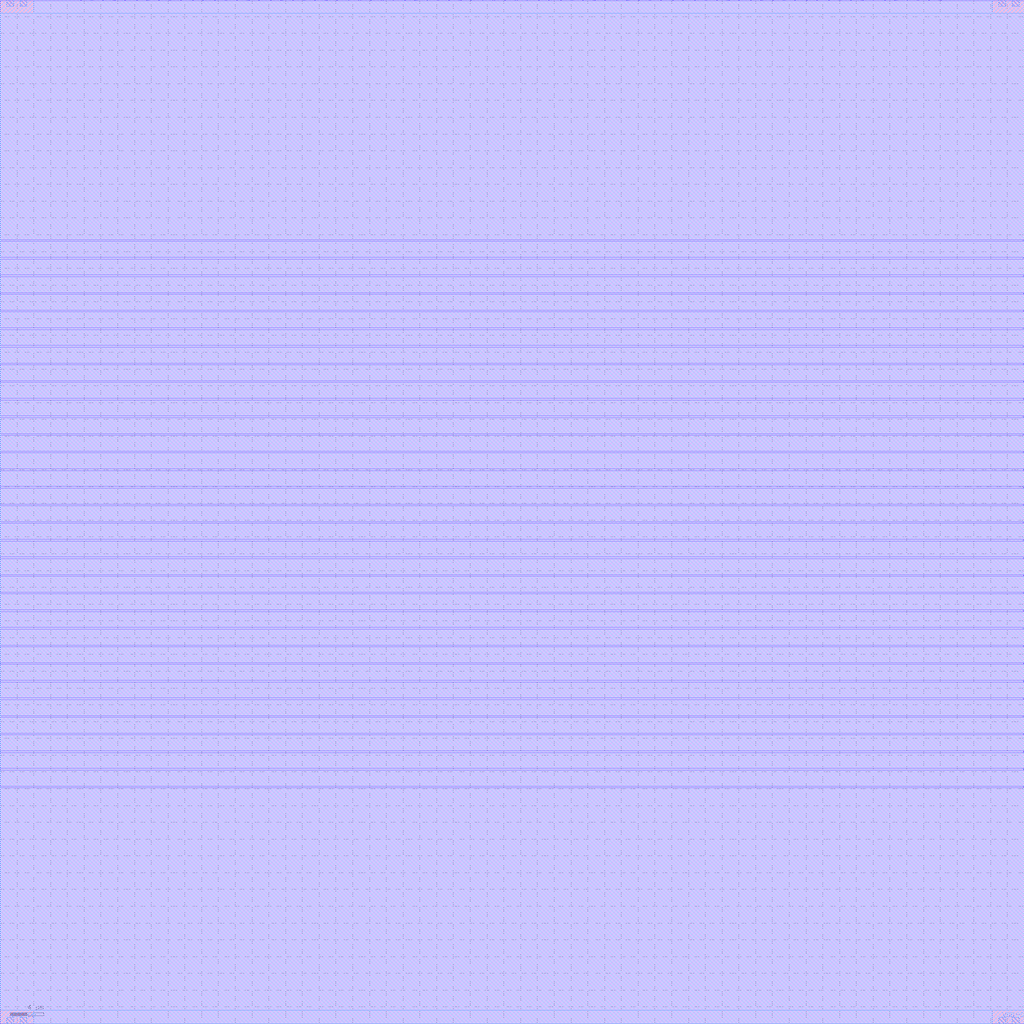
<source format=lef>
##
## LEF for PtnCells ;
## created by Encounter v09.10-p004_1 on Tue Mar 11 12:07:31 2014
##

VERSION 5.5 ;

NAMESCASESENSITIVE ON ;
BUSBITCHARS "[]" ;
DIVIDERCHAR "/" ;

UNITS
  DATABASE MICRONS 2000 ;
END UNITS

MACRO SRAM
  CLASS BLOCK ;
  SIZE 122.0000 BY 122.0000 ;
  FOREIGN SRAM 0.0000 0.0000 ;
  ORIGIN 0 0 ;
  SYMMETRY X Y R90 ;
  PIN clk
    DIRECTION INPUT ;
    USE SIGNAL ;
    PORT
      LAYER metal2 ;
        RECT 9.5600 121.9300 9.6300 122.0000 ;
    END
  END clk
  PIN rdn
    DIRECTION INPUT ;
    USE SIGNAL ;
    PORT
      LAYER metal2 ;
        RECT 10.8900 121.9300 10.9600 122.0000 ;
    END
  END rdn
  PIN wrn
    DIRECTION INPUT ;
    USE SIGNAL ;
    PORT
      LAYER metal2 ;
        RECT 12.2200 121.9300 12.2900 122.0000 ;
    END
  END wrn
  PIN address[10]
    DIRECTION INPUT ;
    USE SIGNAL ;
    PORT
      LAYER metal2 ;
        RECT 26.8500 121.9300 26.9200 122.0000 ;
    END
  END address[10]
  PIN address[9]
    DIRECTION INPUT ;
    USE SIGNAL ;
    PORT
      LAYER metal2 ;
        RECT 25.5200 121.9300 25.5900 122.0000 ;
    END
  END address[9]
  PIN address[8]
    DIRECTION INPUT ;
    USE SIGNAL ;
    PORT
      LAYER metal2 ;
        RECT 24.1900 121.9300 24.2600 122.0000 ;
    END
  END address[8]
  PIN address[7]
    DIRECTION INPUT ;
    USE SIGNAL ;
    PORT
      LAYER metal2 ;
        RECT 22.8600 121.9300 22.9300 122.0000 ;
    END
  END address[7]
  PIN address[6]
    DIRECTION INPUT ;
    USE SIGNAL ;
    PORT
      LAYER metal2 ;
        RECT 21.5300 121.9300 21.6000 122.0000 ;
    END
  END address[6]
  PIN address[5]
    DIRECTION INPUT ;
    USE SIGNAL ;
    PORT
      LAYER metal2 ;
        RECT 20.2000 121.9300 20.2700 122.0000 ;
    END
  END address[5]
  PIN address[4]
    DIRECTION INPUT ;
    USE SIGNAL ;
    PORT
      LAYER metal2 ;
        RECT 18.8700 121.9300 18.9400 122.0000 ;
    END
  END address[4]
  PIN address[3]
    DIRECTION INPUT ;
    USE SIGNAL ;
    PORT
      LAYER metal2 ;
        RECT 17.5400 121.9300 17.6100 122.0000 ;
    END
  END address[3]
  PIN address[2]
    DIRECTION INPUT ;
    USE SIGNAL ;
    PORT
      LAYER metal2 ;
        RECT 16.2100 121.9300 16.2800 122.0000 ;
    END
  END address[2]
  PIN address[1]
    DIRECTION INPUT ;
    USE SIGNAL ;
    PORT
      LAYER metal2 ;
        RECT 14.8800 121.9300 14.9500 122.0000 ;
    END
  END address[1]
  PIN address[0]
    DIRECTION INPUT ;
    USE SIGNAL ;
    PORT
      LAYER metal2 ;
        RECT 13.5500 121.9300 13.6200 122.0000 ;
    END
  END address[0]
  PIN bit_wen[31]
    DIRECTION INPUT ;
    USE SIGNAL ;
    PORT
      LAYER metal2 ;
        RECT 69.4100 121.9300 69.4800 122.0000 ;
    END
  END bit_wen[31]
  PIN bit_wen[30]
    DIRECTION INPUT ;
    USE SIGNAL ;
    PORT
      LAYER metal2 ;
        RECT 68.0800 121.9300 68.1500 122.0000 ;
    END
  END bit_wen[30]
  PIN bit_wen[29]
    DIRECTION INPUT ;
    USE SIGNAL ;
    PORT
      LAYER metal2 ;
        RECT 66.7500 121.9300 66.8200 122.0000 ;
    END
  END bit_wen[29]
  PIN bit_wen[28]
    DIRECTION INPUT ;
    USE SIGNAL ;
    PORT
      LAYER metal2 ;
        RECT 65.4200 121.9300 65.4900 122.0000 ;
    END
  END bit_wen[28]
  PIN bit_wen[27]
    DIRECTION INPUT ;
    USE SIGNAL ;
    PORT
      LAYER metal2 ;
        RECT 64.0900 121.9300 64.1600 122.0000 ;
    END
  END bit_wen[27]
  PIN bit_wen[26]
    DIRECTION INPUT ;
    USE SIGNAL ;
    PORT
      LAYER metal2 ;
        RECT 62.7600 121.9300 62.8300 122.0000 ;
    END
  END bit_wen[26]
  PIN bit_wen[25]
    DIRECTION INPUT ;
    USE SIGNAL ;
    PORT
      LAYER metal2 ;
        RECT 61.4300 121.9300 61.5000 122.0000 ;
    END
  END bit_wen[25]
  PIN bit_wen[24]
    DIRECTION INPUT ;
    USE SIGNAL ;
    PORT
      LAYER metal2 ;
        RECT 60.1000 121.9300 60.1700 122.0000 ;
    END
  END bit_wen[24]
  PIN bit_wen[23]
    DIRECTION INPUT ;
    USE SIGNAL ;
    PORT
      LAYER metal2 ;
        RECT 58.7700 121.9300 58.8400 122.0000 ;
    END
  END bit_wen[23]
  PIN bit_wen[22]
    DIRECTION INPUT ;
    USE SIGNAL ;
    PORT
      LAYER metal2 ;
        RECT 57.4400 121.9300 57.5100 122.0000 ;
    END
  END bit_wen[22]
  PIN bit_wen[21]
    DIRECTION INPUT ;
    USE SIGNAL ;
    PORT
      LAYER metal2 ;
        RECT 56.1100 121.9300 56.1800 122.0000 ;
    END
  END bit_wen[21]
  PIN bit_wen[20]
    DIRECTION INPUT ;
    USE SIGNAL ;
    PORT
      LAYER metal2 ;
        RECT 54.7800 121.9300 54.8500 122.0000 ;
    END
  END bit_wen[20]
  PIN bit_wen[19]
    DIRECTION INPUT ;
    USE SIGNAL ;
    PORT
      LAYER metal2 ;
        RECT 53.4500 121.9300 53.5200 122.0000 ;
    END
  END bit_wen[19]
  PIN bit_wen[18]
    DIRECTION INPUT ;
    USE SIGNAL ;
    PORT
      LAYER metal2 ;
        RECT 52.1200 121.9300 52.1900 122.0000 ;
    END
  END bit_wen[18]
  PIN bit_wen[17]
    DIRECTION INPUT ;
    USE SIGNAL ;
    PORT
      LAYER metal2 ;
        RECT 50.7900 121.9300 50.8600 122.0000 ;
    END
  END bit_wen[17]
  PIN bit_wen[16]
    DIRECTION INPUT ;
    USE SIGNAL ;
    PORT
      LAYER metal2 ;
        RECT 49.4600 121.9300 49.5300 122.0000 ;
    END
  END bit_wen[16]
  PIN bit_wen[15]
    DIRECTION INPUT ;
    USE SIGNAL ;
    PORT
      LAYER metal2 ;
        RECT 48.1300 121.9300 48.2000 122.0000 ;
    END
  END bit_wen[15]
  PIN bit_wen[14]
    DIRECTION INPUT ;
    USE SIGNAL ;
    PORT
      LAYER metal2 ;
        RECT 46.8000 121.9300 46.8700 122.0000 ;
    END
  END bit_wen[14]
  PIN bit_wen[13]
    DIRECTION INPUT ;
    USE SIGNAL ;
    PORT
      LAYER metal2 ;
        RECT 45.4700 121.9300 45.5400 122.0000 ;
    END
  END bit_wen[13]
  PIN bit_wen[12]
    DIRECTION INPUT ;
    USE SIGNAL ;
    PORT
      LAYER metal2 ;
        RECT 44.1400 121.9300 44.2100 122.0000 ;
    END
  END bit_wen[12]
  PIN bit_wen[11]
    DIRECTION INPUT ;
    USE SIGNAL ;
    PORT
      LAYER metal2 ;
        RECT 42.8100 121.9300 42.8800 122.0000 ;
    END
  END bit_wen[11]
  PIN bit_wen[10]
    DIRECTION INPUT ;
    USE SIGNAL ;
    PORT
      LAYER metal2 ;
        RECT 41.4800 121.9300 41.5500 122.0000 ;
    END
  END bit_wen[10]
  PIN bit_wen[9]
    DIRECTION INPUT ;
    USE SIGNAL ;
    PORT
      LAYER metal2 ;
        RECT 40.1500 121.9300 40.2200 122.0000 ;
    END
  END bit_wen[9]
  PIN bit_wen[8]
    DIRECTION INPUT ;
    USE SIGNAL ;
    PORT
      LAYER metal2 ;
        RECT 38.8200 121.9300 38.8900 122.0000 ;
    END
  END bit_wen[8]
  PIN bit_wen[7]
    DIRECTION INPUT ;
    USE SIGNAL ;
    PORT
      LAYER metal2 ;
        RECT 37.4900 121.9300 37.5600 122.0000 ;
    END
  END bit_wen[7]
  PIN bit_wen[6]
    DIRECTION INPUT ;
    USE SIGNAL ;
    PORT
      LAYER metal2 ;
        RECT 36.1600 121.9300 36.2300 122.0000 ;
    END
  END bit_wen[6]
  PIN bit_wen[5]
    DIRECTION INPUT ;
    USE SIGNAL ;
    PORT
      LAYER metal2 ;
        RECT 34.8300 121.9300 34.9000 122.0000 ;
    END
  END bit_wen[5]
  PIN bit_wen[4]
    DIRECTION INPUT ;
    USE SIGNAL ;
    PORT
      LAYER metal2 ;
        RECT 33.5000 121.9300 33.5700 122.0000 ;
    END
  END bit_wen[4]
  PIN bit_wen[3]
    DIRECTION INPUT ;
    USE SIGNAL ;
    PORT
      LAYER metal2 ;
        RECT 32.1700 121.9300 32.2400 122.0000 ;
    END
  END bit_wen[3]
  PIN bit_wen[2]
    DIRECTION INPUT ;
    USE SIGNAL ;
    PORT
      LAYER metal2 ;
        RECT 30.8400 121.9300 30.9100 122.0000 ;
    END
  END bit_wen[2]
  PIN bit_wen[1]
    DIRECTION INPUT ;
    USE SIGNAL ;
    PORT
      LAYER metal2 ;
        RECT 29.5100 121.9300 29.5800 122.0000 ;
    END
  END bit_wen[1]
  PIN bit_wen[0]
    DIRECTION INPUT ;
    USE SIGNAL ;
    PORT
      LAYER metal2 ;
        RECT 28.1800 121.9300 28.2500 122.0000 ;
    END
  END bit_wen[0]
  PIN data_in[31]
    DIRECTION INPUT ;
    USE SIGNAL ;
    PORT
      LAYER metal2 ;
        RECT 111.9700 121.9300 112.0400 122.0000 ;
    END
  END data_in[31]
  PIN data_in[30]
    DIRECTION INPUT ;
    USE SIGNAL ;
    PORT
      LAYER metal2 ;
        RECT 110.6400 121.9300 110.7100 122.0000 ;
    END
  END data_in[30]
  PIN data_in[29]
    DIRECTION INPUT ;
    USE SIGNAL ;
    PORT
      LAYER metal2 ;
        RECT 109.3100 121.9300 109.3800 122.0000 ;
    END
  END data_in[29]
  PIN data_in[28]
    DIRECTION INPUT ;
    USE SIGNAL ;
    PORT
      LAYER metal2 ;
        RECT 107.9800 121.9300 108.0500 122.0000 ;
    END
  END data_in[28]
  PIN data_in[27]
    DIRECTION INPUT ;
    USE SIGNAL ;
    PORT
      LAYER metal2 ;
        RECT 106.6500 121.9300 106.7200 122.0000 ;
    END
  END data_in[27]
  PIN data_in[26]
    DIRECTION INPUT ;
    USE SIGNAL ;
    PORT
      LAYER metal2 ;
        RECT 105.3200 121.9300 105.3900 122.0000 ;
    END
  END data_in[26]
  PIN data_in[25]
    DIRECTION INPUT ;
    USE SIGNAL ;
    PORT
      LAYER metal2 ;
        RECT 103.9900 121.9300 104.0600 122.0000 ;
    END
  END data_in[25]
  PIN data_in[24]
    DIRECTION INPUT ;
    USE SIGNAL ;
    PORT
      LAYER metal2 ;
        RECT 102.6600 121.9300 102.7300 122.0000 ;
    END
  END data_in[24]
  PIN data_in[23]
    DIRECTION INPUT ;
    USE SIGNAL ;
    PORT
      LAYER metal2 ;
        RECT 101.3300 121.9300 101.4000 122.0000 ;
    END
  END data_in[23]
  PIN data_in[22]
    DIRECTION INPUT ;
    USE SIGNAL ;
    PORT
      LAYER metal2 ;
        RECT 100.0000 121.9300 100.0700 122.0000 ;
    END
  END data_in[22]
  PIN data_in[21]
    DIRECTION INPUT ;
    USE SIGNAL ;
    PORT
      LAYER metal2 ;
        RECT 98.6700 121.9300 98.7400 122.0000 ;
    END
  END data_in[21]
  PIN data_in[20]
    DIRECTION INPUT ;
    USE SIGNAL ;
    PORT
      LAYER metal2 ;
        RECT 97.3400 121.9300 97.4100 122.0000 ;
    END
  END data_in[20]
  PIN data_in[19]
    DIRECTION INPUT ;
    USE SIGNAL ;
    PORT
      LAYER metal2 ;
        RECT 96.0100 121.9300 96.0800 122.0000 ;
    END
  END data_in[19]
  PIN data_in[18]
    DIRECTION INPUT ;
    USE SIGNAL ;
    PORT
      LAYER metal2 ;
        RECT 94.6800 121.9300 94.7500 122.0000 ;
    END
  END data_in[18]
  PIN data_in[17]
    DIRECTION INPUT ;
    USE SIGNAL ;
    PORT
      LAYER metal2 ;
        RECT 93.3500 121.9300 93.4200 122.0000 ;
    END
  END data_in[17]
  PIN data_in[16]
    DIRECTION INPUT ;
    USE SIGNAL ;
    PORT
      LAYER metal2 ;
        RECT 92.0200 121.9300 92.0900 122.0000 ;
    END
  END data_in[16]
  PIN data_in[15]
    DIRECTION INPUT ;
    USE SIGNAL ;
    PORT
      LAYER metal2 ;
        RECT 90.6900 121.9300 90.7600 122.0000 ;
    END
  END data_in[15]
  PIN data_in[14]
    DIRECTION INPUT ;
    USE SIGNAL ;
    PORT
      LAYER metal2 ;
        RECT 89.3600 121.9300 89.4300 122.0000 ;
    END
  END data_in[14]
  PIN data_in[13]
    DIRECTION INPUT ;
    USE SIGNAL ;
    PORT
      LAYER metal2 ;
        RECT 88.0300 121.9300 88.1000 122.0000 ;
    END
  END data_in[13]
  PIN data_in[12]
    DIRECTION INPUT ;
    USE SIGNAL ;
    PORT
      LAYER metal2 ;
        RECT 86.7000 121.9300 86.7700 122.0000 ;
    END
  END data_in[12]
  PIN data_in[11]
    DIRECTION INPUT ;
    USE SIGNAL ;
    PORT
      LAYER metal2 ;
        RECT 85.3700 121.9300 85.4400 122.0000 ;
    END
  END data_in[11]
  PIN data_in[10]
    DIRECTION INPUT ;
    USE SIGNAL ;
    PORT
      LAYER metal2 ;
        RECT 84.0400 121.9300 84.1100 122.0000 ;
    END
  END data_in[10]
  PIN data_in[9]
    DIRECTION INPUT ;
    USE SIGNAL ;
    PORT
      LAYER metal2 ;
        RECT 82.7100 121.9300 82.7800 122.0000 ;
    END
  END data_in[9]
  PIN data_in[8]
    DIRECTION INPUT ;
    USE SIGNAL ;
    PORT
      LAYER metal2 ;
        RECT 81.3800 121.9300 81.4500 122.0000 ;
    END
  END data_in[8]
  PIN data_in[7]
    DIRECTION INPUT ;
    USE SIGNAL ;
    PORT
      LAYER metal2 ;
        RECT 80.0500 121.9300 80.1200 122.0000 ;
    END
  END data_in[7]
  PIN data_in[6]
    DIRECTION INPUT ;
    USE SIGNAL ;
    PORT
      LAYER metal2 ;
        RECT 78.7200 121.9300 78.7900 122.0000 ;
    END
  END data_in[6]
  PIN data_in[5]
    DIRECTION INPUT ;
    USE SIGNAL ;
    PORT
      LAYER metal2 ;
        RECT 77.3900 121.9300 77.4600 122.0000 ;
    END
  END data_in[5]
  PIN data_in[4]
    DIRECTION INPUT ;
    USE SIGNAL ;
    PORT
      LAYER metal2 ;
        RECT 76.0600 121.9300 76.1300 122.0000 ;
    END
  END data_in[4]
  PIN data_in[3]
    DIRECTION INPUT ;
    USE SIGNAL ;
    PORT
      LAYER metal2 ;
        RECT 74.7300 121.9300 74.8000 122.0000 ;
    END
  END data_in[3]
  PIN data_in[2]
    DIRECTION INPUT ;
    USE SIGNAL ;
    PORT
      LAYER metal2 ;
        RECT 73.4000 121.9300 73.4700 122.0000 ;
    END
  END data_in[2]
  PIN data_in[1]
    DIRECTION INPUT ;
    USE SIGNAL ;
    PORT
      LAYER metal2 ;
        RECT 72.0700 121.9300 72.1400 122.0000 ;
    END
  END data_in[1]
  PIN data_in[0]
    DIRECTION INPUT ;
    USE SIGNAL ;
    PORT
      LAYER metal2 ;
        RECT 70.7400 121.9300 70.8100 122.0000 ;
    END
  END data_in[0]
  PIN data_out[31]
    DIRECTION OUTPUT ;
    USE SIGNAL ;
    PORT
      LAYER metal2 ;
        RECT 121.9300 93.2750 122.0000 93.3450 ;
    END
  END data_out[31]
  PIN data_out[30]
    DIRECTION OUTPUT ;
    USE SIGNAL ;
    PORT
      LAYER metal2 ;
        RECT 121.9300 91.1750 122.0000 91.2450 ;
    END
  END data_out[30]
  PIN data_out[29]
    DIRECTION OUTPUT ;
    USE SIGNAL ;
    PORT
      LAYER metal2 ;
        RECT 121.9300 89.0750 122.0000 89.1450 ;
    END
  END data_out[29]
  PIN data_out[28]
    DIRECTION OUTPUT ;
    USE SIGNAL ;
    PORT
      LAYER metal2 ;
        RECT 121.9300 86.9750 122.0000 87.0450 ;
    END
  END data_out[28]
  PIN data_out[27]
    DIRECTION OUTPUT ;
    USE SIGNAL ;
    PORT
      LAYER metal2 ;
        RECT 121.9300 84.8750 122.0000 84.9450 ;
    END
  END data_out[27]
  PIN data_out[26]
    DIRECTION OUTPUT ;
    USE SIGNAL ;
    PORT
      LAYER metal2 ;
        RECT 121.9300 82.7750 122.0000 82.8450 ;
    END
  END data_out[26]
  PIN data_out[25]
    DIRECTION OUTPUT ;
    USE SIGNAL ;
    PORT
      LAYER metal2 ;
        RECT 121.9300 80.6750 122.0000 80.7450 ;
    END
  END data_out[25]
  PIN data_out[24]
    DIRECTION OUTPUT ;
    USE SIGNAL ;
    PORT
      LAYER metal2 ;
        RECT 121.9300 78.5750 122.0000 78.6450 ;
    END
  END data_out[24]
  PIN data_out[23]
    DIRECTION OUTPUT ;
    USE SIGNAL ;
    PORT
      LAYER metal2 ;
        RECT 121.9300 76.4750 122.0000 76.5450 ;
    END
  END data_out[23]
  PIN data_out[22]
    DIRECTION OUTPUT ;
    USE SIGNAL ;
    PORT
      LAYER metal2 ;
        RECT 121.9300 74.3750 122.0000 74.4450 ;
    END
  END data_out[22]
  PIN data_out[21]
    DIRECTION OUTPUT ;
    USE SIGNAL ;
    PORT
      LAYER metal2 ;
        RECT 121.9300 72.2750 122.0000 72.3450 ;
    END
  END data_out[21]
  PIN data_out[20]
    DIRECTION OUTPUT ;
    USE SIGNAL ;
    PORT
      LAYER metal2 ;
        RECT 121.9300 70.1750 122.0000 70.2450 ;
    END
  END data_out[20]
  PIN data_out[19]
    DIRECTION OUTPUT ;
    USE SIGNAL ;
    PORT
      LAYER metal2 ;
        RECT 121.9300 68.0750 122.0000 68.1450 ;
    END
  END data_out[19]
  PIN data_out[18]
    DIRECTION OUTPUT ;
    USE SIGNAL ;
    PORT
      LAYER metal2 ;
        RECT 121.9300 65.9750 122.0000 66.0450 ;
    END
  END data_out[18]
  PIN data_out[17]
    DIRECTION OUTPUT ;
    USE SIGNAL ;
    PORT
      LAYER metal2 ;
        RECT 121.9300 63.8750 122.0000 63.9450 ;
    END
  END data_out[17]
  PIN data_out[16]
    DIRECTION OUTPUT ;
    USE SIGNAL ;
    PORT
      LAYER metal2 ;
        RECT 121.9300 61.7750 122.0000 61.8450 ;
    END
  END data_out[16]
  PIN data_out[15]
    DIRECTION OUTPUT ;
    USE SIGNAL ;
    PORT
      LAYER metal2 ;
        RECT 121.9300 59.6750 122.0000 59.7450 ;
    END
  END data_out[15]
  PIN data_out[14]
    DIRECTION OUTPUT ;
    USE SIGNAL ;
    PORT
      LAYER metal2 ;
        RECT 121.9300 57.5750 122.0000 57.6450 ;
    END
  END data_out[14]
  PIN data_out[13]
    DIRECTION OUTPUT ;
    USE SIGNAL ;
    PORT
      LAYER metal2 ;
        RECT 121.9300 55.4750 122.0000 55.5450 ;
    END
  END data_out[13]
  PIN data_out[12]
    DIRECTION OUTPUT ;
    USE SIGNAL ;
    PORT
      LAYER metal2 ;
        RECT 121.9300 53.3750 122.0000 53.4450 ;
    END
  END data_out[12]
  PIN data_out[11]
    DIRECTION OUTPUT ;
    USE SIGNAL ;
    PORT
      LAYER metal2 ;
        RECT 121.9300 51.2750 122.0000 51.3450 ;
    END
  END data_out[11]
  PIN data_out[10]
    DIRECTION OUTPUT ;
    USE SIGNAL ;
    PORT
      LAYER metal2 ;
        RECT 121.9300 49.1750 122.0000 49.2450 ;
    END
  END data_out[10]
  PIN data_out[9]
    DIRECTION OUTPUT ;
    USE SIGNAL ;
    PORT
      LAYER metal2 ;
        RECT 121.9300 47.0750 122.0000 47.1450 ;
    END
  END data_out[9]
  PIN data_out[8]
    DIRECTION OUTPUT ;
    USE SIGNAL ;
    PORT
      LAYER metal2 ;
        RECT 121.9300 44.9750 122.0000 45.0450 ;
    END
  END data_out[8]
  PIN data_out[7]
    DIRECTION OUTPUT ;
    USE SIGNAL ;
    PORT
      LAYER metal2 ;
        RECT 121.9300 42.8750 122.0000 42.9450 ;
    END
  END data_out[7]
  PIN data_out[6]
    DIRECTION OUTPUT ;
    USE SIGNAL ;
    PORT
      LAYER metal2 ;
        RECT 121.9300 40.7750 122.0000 40.8450 ;
    END
  END data_out[6]
  PIN data_out[5]
    DIRECTION OUTPUT ;
    USE SIGNAL ;
    PORT
      LAYER metal2 ;
        RECT 121.9300 38.6750 122.0000 38.7450 ;
    END
  END data_out[5]
  PIN data_out[4]
    DIRECTION OUTPUT ;
    USE SIGNAL ;
    PORT
      LAYER metal2 ;
        RECT 121.9300 36.5750 122.0000 36.6450 ;
    END
  END data_out[4]
  PIN data_out[3]
    DIRECTION OUTPUT ;
    USE SIGNAL ;
    PORT
      LAYER metal2 ;
        RECT 121.9300 34.4750 122.0000 34.5450 ;
    END
  END data_out[3]
  PIN data_out[2]
    DIRECTION OUTPUT ;
    USE SIGNAL ;
    PORT
      LAYER metal2 ;
        RECT 121.9300 32.3750 122.0000 32.4450 ;
    END
  END data_out[2]
  PIN data_out[1]
    DIRECTION OUTPUT ;
    USE SIGNAL ;
    PORT
      LAYER metal2 ;
        RECT 121.9300 30.2750 122.0000 30.3450 ;
    END
  END data_out[1]
  PIN data_out[0]
    DIRECTION OUTPUT ;
    USE SIGNAL ;
    PORT
      LAYER metal2 ;
        RECT 121.9300 28.1750 122.0000 28.2450 ;
    END
  END data_out[0]
  PIN VDD
    DIRECTION INOUT ;
    USE POWER ;
    PORT
      LAYER metal4 ;
        RECT 2.3800 0.0000 3.1800 0.8000 ;
    END
    PORT
      LAYER metal4 ;
        RECT 2.3800 121.2000 3.1800 122.0000 ;
    END
    PORT
      LAYER metal4 ;
        RECT 118.9900 0.0000 119.7900 0.8000 ;
    END
    PORT
      LAYER metal4 ;
        RECT 118.9900 121.2000 119.7900 122.0000 ;
    END
  END VDD
  PIN VSS
    DIRECTION INOUT ;
    USE GROUND ;
    PORT
      LAYER metal4 ;
        RECT 0.7800 0.0000 1.5800 0.8000 ;
    END
    PORT
      LAYER metal4 ;
        RECT 0.7800 121.2000 1.5800 122.0000 ;
    END
    PORT
      LAYER metal4 ;
        RECT 120.5900 0.0000 121.3900 0.8000 ;
    END
    PORT
      LAYER metal4 ;
        RECT 120.5900 121.2000 121.3900 122.0000 ;
    END
  END VSS
  OBS
    LAYER metal1 ;
      RECT 0.0000 0.0000 122.0000 122.0000 ;
    LAYER metal2 ;
      RECT 112.1100 121.8600 122.0000 122.0000 ;
      RECT 110.7800 121.8600 111.9000 122.0000 ;
      RECT 109.4500 121.8600 110.5700 122.0000 ;
      RECT 108.1200 121.8600 109.2400 122.0000 ;
      RECT 106.7900 121.8600 107.9100 122.0000 ;
      RECT 105.4600 121.8600 106.5800 122.0000 ;
      RECT 104.1300 121.8600 105.2500 122.0000 ;
      RECT 102.8000 121.8600 103.9200 122.0000 ;
      RECT 101.4700 121.8600 102.5900 122.0000 ;
      RECT 100.1400 121.8600 101.2600 122.0000 ;
      RECT 98.8100 121.8600 99.9300 122.0000 ;
      RECT 97.4800 121.8600 98.6000 122.0000 ;
      RECT 96.1500 121.8600 97.2700 122.0000 ;
      RECT 94.8200 121.8600 95.9400 122.0000 ;
      RECT 93.4900 121.8600 94.6100 122.0000 ;
      RECT 92.1600 121.8600 93.2800 122.0000 ;
      RECT 90.8300 121.8600 91.9500 122.0000 ;
      RECT 89.5000 121.8600 90.6200 122.0000 ;
      RECT 88.1700 121.8600 89.2900 122.0000 ;
      RECT 86.8400 121.8600 87.9600 122.0000 ;
      RECT 85.5100 121.8600 86.6300 122.0000 ;
      RECT 84.1800 121.8600 85.3000 122.0000 ;
      RECT 82.8500 121.8600 83.9700 122.0000 ;
      RECT 81.5200 121.8600 82.6400 122.0000 ;
      RECT 80.1900 121.8600 81.3100 122.0000 ;
      RECT 78.8600 121.8600 79.9800 122.0000 ;
      RECT 77.5300 121.8600 78.6500 122.0000 ;
      RECT 76.2000 121.8600 77.3200 122.0000 ;
      RECT 74.8700 121.8600 75.9900 122.0000 ;
      RECT 73.5400 121.8600 74.6600 122.0000 ;
      RECT 72.2100 121.8600 73.3300 122.0000 ;
      RECT 70.8800 121.8600 72.0000 122.0000 ;
      RECT 69.5500 121.8600 70.6700 122.0000 ;
      RECT 68.2200 121.8600 69.3400 122.0000 ;
      RECT 66.8900 121.8600 68.0100 122.0000 ;
      RECT 65.5600 121.8600 66.6800 122.0000 ;
      RECT 64.2300 121.8600 65.3500 122.0000 ;
      RECT 62.9000 121.8600 64.0200 122.0000 ;
      RECT 61.5700 121.8600 62.6900 122.0000 ;
      RECT 60.2400 121.8600 61.3600 122.0000 ;
      RECT 58.9100 121.8600 60.0300 122.0000 ;
      RECT 57.5800 121.8600 58.7000 122.0000 ;
      RECT 56.2500 121.8600 57.3700 122.0000 ;
      RECT 54.9200 121.8600 56.0400 122.0000 ;
      RECT 53.5900 121.8600 54.7100 122.0000 ;
      RECT 52.2600 121.8600 53.3800 122.0000 ;
      RECT 50.9300 121.8600 52.0500 122.0000 ;
      RECT 49.6000 121.8600 50.7200 122.0000 ;
      RECT 48.2700 121.8600 49.3900 122.0000 ;
      RECT 46.9400 121.8600 48.0600 122.0000 ;
      RECT 45.6100 121.8600 46.7300 122.0000 ;
      RECT 44.2800 121.8600 45.4000 122.0000 ;
      RECT 42.9500 121.8600 44.0700 122.0000 ;
      RECT 41.6200 121.8600 42.7400 122.0000 ;
      RECT 40.2900 121.8600 41.4100 122.0000 ;
      RECT 38.9600 121.8600 40.0800 122.0000 ;
      RECT 37.6300 121.8600 38.7500 122.0000 ;
      RECT 36.3000 121.8600 37.4200 122.0000 ;
      RECT 34.9700 121.8600 36.0900 122.0000 ;
      RECT 33.6400 121.8600 34.7600 122.0000 ;
      RECT 32.3100 121.8600 33.4300 122.0000 ;
      RECT 30.9800 121.8600 32.1000 122.0000 ;
      RECT 29.6500 121.8600 30.7700 122.0000 ;
      RECT 28.3200 121.8600 29.4400 122.0000 ;
      RECT 26.9900 121.8600 28.1100 122.0000 ;
      RECT 25.6600 121.8600 26.7800 122.0000 ;
      RECT 24.3300 121.8600 25.4500 122.0000 ;
      RECT 23.0000 121.8600 24.1200 122.0000 ;
      RECT 21.6700 121.8600 22.7900 122.0000 ;
      RECT 20.3400 121.8600 21.4600 122.0000 ;
      RECT 19.0100 121.8600 20.1300 122.0000 ;
      RECT 17.6800 121.8600 18.8000 122.0000 ;
      RECT 16.3500 121.8600 17.4700 122.0000 ;
      RECT 15.0200 121.8600 16.1400 122.0000 ;
      RECT 13.6900 121.8600 14.8100 122.0000 ;
      RECT 12.3600 121.8600 13.4800 122.0000 ;
      RECT 11.0300 121.8600 12.1500 122.0000 ;
      RECT 9.7000 121.8600 10.8200 122.0000 ;
      RECT 0.0000 121.8600 9.4900 122.0000 ;
      RECT 0.0000 93.4150 122.0000 121.8600 ;
      RECT 0.0000 93.2050 121.8600 93.4150 ;
      RECT 0.0000 91.3150 122.0000 93.2050 ;
      RECT 0.0000 91.1050 121.8600 91.3150 ;
      RECT 0.0000 89.2150 122.0000 91.1050 ;
      RECT 0.0000 89.0050 121.8600 89.2150 ;
      RECT 0.0000 87.1150 122.0000 89.0050 ;
      RECT 0.0000 86.9050 121.8600 87.1150 ;
      RECT 0.0000 85.0150 122.0000 86.9050 ;
      RECT 0.0000 84.8050 121.8600 85.0150 ;
      RECT 0.0000 82.9150 122.0000 84.8050 ;
      RECT 0.0000 82.7050 121.8600 82.9150 ;
      RECT 0.0000 80.8150 122.0000 82.7050 ;
      RECT 0.0000 80.6050 121.8600 80.8150 ;
      RECT 0.0000 78.7150 122.0000 80.6050 ;
      RECT 0.0000 78.5050 121.8600 78.7150 ;
      RECT 0.0000 76.6150 122.0000 78.5050 ;
      RECT 0.0000 76.4050 121.8600 76.6150 ;
      RECT 0.0000 74.5150 122.0000 76.4050 ;
      RECT 0.0000 74.3050 121.8600 74.5150 ;
      RECT 0.0000 72.4150 122.0000 74.3050 ;
      RECT 0.0000 72.2050 121.8600 72.4150 ;
      RECT 0.0000 70.3150 122.0000 72.2050 ;
      RECT 0.0000 70.1050 121.8600 70.3150 ;
      RECT 0.0000 68.2150 122.0000 70.1050 ;
      RECT 0.0000 68.0050 121.8600 68.2150 ;
      RECT 0.0000 66.1150 122.0000 68.0050 ;
      RECT 0.0000 65.9050 121.8600 66.1150 ;
      RECT 0.0000 64.0150 122.0000 65.9050 ;
      RECT 0.0000 63.8050 121.8600 64.0150 ;
      RECT 0.0000 61.9150 122.0000 63.8050 ;
      RECT 0.0000 61.7050 121.8600 61.9150 ;
      RECT 0.0000 59.8150 122.0000 61.7050 ;
      RECT 0.0000 59.6050 121.8600 59.8150 ;
      RECT 0.0000 57.7150 122.0000 59.6050 ;
      RECT 0.0000 57.5050 121.8600 57.7150 ;
      RECT 0.0000 55.6150 122.0000 57.5050 ;
      RECT 0.0000 55.4050 121.8600 55.6150 ;
      RECT 0.0000 53.5150 122.0000 55.4050 ;
      RECT 0.0000 53.3050 121.8600 53.5150 ;
      RECT 0.0000 51.4150 122.0000 53.3050 ;
      RECT 0.0000 51.2050 121.8600 51.4150 ;
      RECT 0.0000 49.3150 122.0000 51.2050 ;
      RECT 0.0000 49.1050 121.8600 49.3150 ;
      RECT 0.0000 47.2150 122.0000 49.1050 ;
      RECT 0.0000 47.0050 121.8600 47.2150 ;
      RECT 0.0000 45.1150 122.0000 47.0050 ;
      RECT 0.0000 44.9050 121.8600 45.1150 ;
      RECT 0.0000 43.0150 122.0000 44.9050 ;
      RECT 0.0000 42.8050 121.8600 43.0150 ;
      RECT 0.0000 40.9150 122.0000 42.8050 ;
      RECT 0.0000 40.7050 121.8600 40.9150 ;
      RECT 0.0000 38.8150 122.0000 40.7050 ;
      RECT 0.0000 38.6050 121.8600 38.8150 ;
      RECT 0.0000 36.7150 122.0000 38.6050 ;
      RECT 0.0000 36.5050 121.8600 36.7150 ;
      RECT 0.0000 34.6150 122.0000 36.5050 ;
      RECT 0.0000 34.4050 121.8600 34.6150 ;
      RECT 0.0000 32.5150 122.0000 34.4050 ;
      RECT 0.0000 32.3050 121.8600 32.5150 ;
      RECT 0.0000 30.4150 122.0000 32.3050 ;
      RECT 0.0000 30.2050 121.8600 30.4150 ;
      RECT 0.0000 28.3150 122.0000 30.2050 ;
      RECT 0.0000 28.1050 121.8600 28.3150 ;
      RECT 0.0000 0.0000 122.0000 28.1050 ;
    LAYER metal3 ;
      RECT 0.0000 0.0000 122.0000 122.0000 ;
    LAYER metal4 ;
      RECT 3.9800 120.4000 118.1900 122.0000 ;
      RECT 0.0000 1.6000 122.0000 120.4000 ;
      RECT 3.9800 0.0000 118.1900 1.6000 ;

  END
END SRAM

END LIBRARY

</source>
